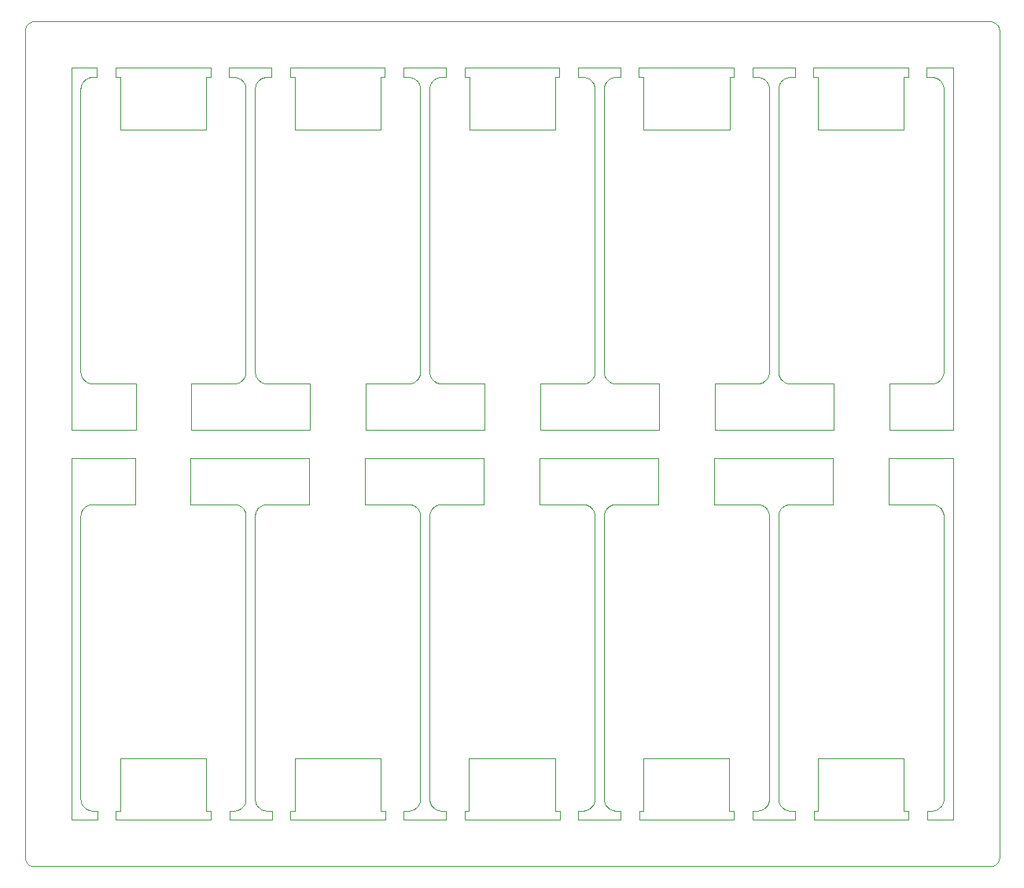
<source format=gm1>
G04 #@! TF.GenerationSoftware,KiCad,Pcbnew,(6.0.7)*
G04 #@! TF.CreationDate,2022-09-19T22:01:38+02:00*
G04 #@! TF.ProjectId,helios-panel,68656c69-6f73-42d7-9061-6e656c2e6b69,rev1.0*
G04 #@! TF.SameCoordinates,Original*
G04 #@! TF.FileFunction,Profile,NP*
%FSLAX46Y46*%
G04 Gerber Fmt 4.6, Leading zero omitted, Abs format (unit mm)*
G04 Created by KiCad (PCBNEW (6.0.7)) date 2022-09-19 22:01:38*
%MOMM*%
%LPD*%
G01*
G04 APERTURE LIST*
G04 #@! TA.AperFunction,Profile*
%ADD10C,0.100000*%
G04 #@! TD*
G04 APERTURE END LIST*
D10*
X25490699Y38890212D02*
X25433666Y38860421D01*
X25731671Y38979458D02*
X25669808Y38961757D01*
X63354350Y6025997D02*
X63417686Y6014646D01*
X64145000Y6001311D02*
X64145000Y5000000D01*
X22890191Y84981757D02*
X22828328Y84999458D01*
X43866377Y6442757D02*
X43909513Y6395013D01*
X81145996Y53034351D02*
X81160541Y52971672D01*
X6040542Y6951672D02*
X6058243Y6889809D01*
X60511077Y6079055D02*
X60570832Y6102924D01*
X80040945Y6828923D02*
X80061757Y6889809D01*
X47365000Y5000000D02*
X47365000Y6000246D01*
X60944988Y6349513D02*
X60990487Y6395012D01*
X22702313Y6014646D02*
X22702313Y6014646D01*
X63109168Y38917077D02*
X63050699Y38890212D01*
X63050699Y38890212D02*
X62993666Y38860421D01*
X6395011Y52369513D02*
X6442756Y52326377D01*
X47325000Y85040000D02*
X47325000Y86040000D01*
X43561629Y83834325D02*
X43560000Y53290000D01*
X79521784Y6192222D02*
X79575510Y6227631D01*
X57575000Y5000000D02*
X47365000Y5000000D01*
X62735011Y52369513D02*
X62782756Y52326377D01*
X62605714Y52512626D02*
X62646376Y52462757D01*
X79230191Y52078244D02*
X79291077Y52099055D01*
X79770486Y84644988D02*
X79724987Y84690487D01*
X43955011Y84690488D02*
X43909512Y84644989D01*
X81469512Y84644989D02*
X81426376Y84597244D01*
X79350831Y52122924D02*
X79409300Y52149789D01*
X62354645Y7077687D02*
X62365996Y7014351D01*
X60134324Y52021631D02*
X60198483Y52026516D01*
X104607106Y90747107D02*
X104534393Y90813011D01*
X79724988Y38670488D02*
X79677243Y38713624D01*
X36625000Y39018874D02*
X36625000Y44020000D01*
X43566515Y53161517D02*
X43574645Y53097687D01*
X11935000Y52021127D02*
X11935000Y47020000D01*
X22638483Y85033485D02*
X22574324Y85038370D01*
X29055000Y85040000D02*
X29055000Y85040000D01*
X6159579Y52673667D02*
X6192221Y52618216D01*
X62442923Y38250832D02*
X62419054Y38191078D01*
X23721757Y6889809D02*
X23739458Y6951672D01*
X44449808Y84981758D02*
X44388922Y84960946D01*
X79990212Y6710700D02*
X80017076Y6769168D01*
X61210212Y6710700D02*
X61237076Y6769168D01*
X62938215Y6192222D02*
X62993666Y6159580D01*
X25175012Y38670487D02*
X25129513Y38624988D01*
X63545675Y6001631D02*
X64145000Y6001311D01*
X38285000Y11660000D02*
X38285000Y6000000D01*
X23126333Y52179580D02*
X23181784Y52212222D01*
X23765354Y83962314D02*
X23754003Y84025650D01*
X43719579Y84386334D02*
X43689787Y84329301D01*
X22765649Y38994004D02*
X22702313Y39005355D01*
X104880785Y90235091D02*
X104880785Y90235091D01*
X30625000Y39019513D02*
X26050000Y39020000D01*
X85395000Y85040000D02*
X85395000Y85040000D01*
X23620420Y52673667D02*
X23650211Y52730700D01*
X60629300Y52149789D02*
X60686333Y52179580D01*
X98874003Y38005650D02*
X98859458Y38068329D01*
X62884489Y84812370D02*
X62832625Y84774286D01*
X55405000Y39018874D02*
X55405000Y44020000D01*
X79854285Y6492626D02*
X79892369Y6544490D01*
X61074285Y6492626D02*
X61112369Y6544490D01*
X44388922Y38940946D02*
X44329168Y38917077D01*
X7014350Y85014004D02*
X6951671Y84999459D01*
X81134645Y83962314D02*
X81126515Y83898484D01*
X59575000Y6000000D02*
X60070000Y6000000D01*
X79575510Y6227631D02*
X79627374Y6265715D01*
X98898370Y37814325D02*
X98893484Y37878484D01*
X6306376Y84597244D02*
X6265714Y84547375D01*
X63050699Y6129789D02*
X63109168Y6102924D01*
X26585000Y6001311D02*
X26585000Y5000000D01*
X103900000Y0D02*
X103998017Y4816D01*
X81948922Y52099055D02*
X82009808Y52078243D01*
X23514285Y6492626D02*
X23552369Y6544490D01*
X60629300Y6129788D02*
X60686333Y6159580D01*
X61112369Y52564490D02*
X61147778Y52618216D01*
X64145000Y5000000D02*
X59575000Y5000000D01*
X24781630Y7205676D02*
X24786515Y7141517D01*
X81160542Y38068329D02*
X81145996Y38005650D01*
X81385714Y38527375D02*
X81347630Y38475511D01*
X81347630Y52564490D02*
X81385714Y52512626D01*
X98898369Y53225676D02*
X98900000Y83770000D01*
X41906333Y84880421D02*
X41849300Y84910212D01*
X25378215Y52212222D02*
X25433666Y52179580D01*
X25549168Y6102924D02*
X25608922Y6079055D01*
X42117243Y84733623D02*
X42067374Y84774286D01*
X80061756Y84150192D02*
X80040945Y84211078D01*
X57535000Y86040000D02*
X57535000Y85039755D01*
X81134645Y53097687D02*
X81145996Y53034351D01*
X49405000Y44020000D02*
X49405000Y39019513D01*
X43618243Y38130192D02*
X43600542Y38068329D01*
X62419054Y84211078D02*
X62398242Y84150192D01*
X81160541Y84088329D02*
X81145996Y84025650D01*
X25045714Y84547375D02*
X25007630Y84495511D01*
X60450191Y52078244D02*
X60511077Y52099055D01*
X41354324Y85038370D02*
X40755000Y85038690D01*
X24805996Y38005650D02*
X24794645Y37942314D01*
X98071077Y38940946D02*
X98010191Y38961758D01*
X62884489Y38792370D02*
X62832625Y38754286D01*
X62442923Y84270833D02*
X62419054Y84211078D01*
X97630000Y6000000D02*
X97694324Y6001630D01*
X61237076Y84270832D02*
X61210211Y84329301D01*
X62469787Y84329301D02*
X62442923Y84270833D01*
X42164987Y52369514D02*
X42210486Y52415013D01*
X6192221Y52618216D02*
X6227630Y52564490D01*
X97948328Y6040542D02*
X98010191Y6058243D01*
X42558369Y83834325D02*
X42553484Y83898484D01*
X98841757Y38130192D02*
X98820945Y38191078D01*
X81426376Y84597244D02*
X81385714Y84547375D01*
X44388922Y52099055D02*
X44449808Y52078243D01*
X64105000Y85040000D02*
X63610000Y85040000D01*
X17935000Y47020000D02*
X17935000Y52020488D01*
X23384988Y38670488D02*
X23337243Y38713624D01*
X6159579Y38366334D02*
X6129788Y38309301D01*
X97758483Y6006516D02*
X97822313Y6014646D01*
X79677243Y38713624D02*
X79627374Y38754286D01*
X6349512Y52415012D02*
X6395011Y52369513D01*
X104880785Y90235091D02*
X104856940Y90330285D01*
X22765649Y52045997D02*
X22828328Y52060543D01*
X9805000Y6000246D02*
X10265000Y6000000D01*
X95095000Y85039755D02*
X94635000Y85040000D01*
X41790831Y84937077D02*
X41731077Y84960946D01*
X43585996Y84025650D02*
X43574645Y83962314D01*
X24280000Y47020000D02*
X17935000Y47020000D01*
X24882923Y6769169D02*
X24909788Y6710700D01*
X81145996Y38005650D02*
X81134645Y37942314D01*
X44511671Y52060542D02*
X44574350Y52045997D01*
X23739457Y84088329D02*
X23721756Y84150192D01*
X41849300Y84910212D02*
X41790831Y84937077D01*
X42210486Y84644988D02*
X42164987Y84690487D01*
X43639054Y52848923D02*
X43662923Y52789168D01*
X23677076Y52789169D02*
X23700945Y52848923D01*
X23473623Y6442757D02*
X23514285Y6492626D01*
X63229808Y6058244D02*
X63291671Y6040543D01*
X45325000Y85040000D02*
X44830000Y85040000D01*
X98740420Y84386334D02*
X98707778Y84441785D01*
X6710699Y52149788D02*
X6769167Y52122924D01*
X22828328Y52060543D02*
X22890191Y52078244D01*
X11935000Y47020000D02*
X6000000Y47020000D01*
X60570832Y6102924D02*
X60629300Y6129788D01*
X61333484Y83898484D02*
X61325354Y83962314D01*
X25490699Y84910213D02*
X25433666Y84880421D01*
X42480945Y38191078D02*
X42457076Y38250833D01*
X95135000Y5000000D02*
X84925000Y5000000D01*
X80113484Y83898484D02*
X80105354Y83962314D01*
X62782756Y52326377D02*
X62832625Y52285715D01*
X43585996Y53034351D02*
X43600541Y52971672D01*
X23552369Y38475511D02*
X23514285Y38527375D01*
X42015510Y38792370D02*
X41961784Y38827779D01*
X98504988Y6349513D02*
X98550487Y6395012D01*
X81199054Y38191078D02*
X81178243Y38130192D01*
X98672369Y84495511D02*
X98634285Y84547375D01*
X22828328Y6040542D02*
X22890191Y6058243D01*
X62532221Y38421785D02*
X62499579Y38366334D01*
X43561630Y7205676D02*
X43566515Y7141517D01*
X82925000Y5000000D02*
X78355000Y5000000D01*
X23430486Y84644988D02*
X23384987Y84690487D01*
X6014645Y7077687D02*
X6025996Y7014351D01*
X43574645Y53097687D02*
X43585996Y53034351D01*
X7014350Y6025997D02*
X7077686Y6014646D01*
X81249788Y6710700D02*
X81279579Y6653667D01*
X44052625Y52285715D02*
X44104489Y52247631D01*
X61314003Y53034351D02*
X61325354Y53097687D01*
X528603Y90921922D02*
X444429Y90871470D01*
X25175011Y84690488D02*
X25129512Y84644989D01*
X79927778Y52618216D02*
X79960420Y52673667D01*
X6598215Y6192222D02*
X6653666Y6159580D01*
X25794350Y38994004D02*
X25731671Y38979458D01*
X42519458Y6951672D02*
X42534003Y7014351D01*
X43618243Y6889809D02*
X43639054Y6828923D01*
X43955011Y52369513D02*
X44002756Y52326377D01*
X104673010Y90674394D02*
X104607106Y90747107D01*
X63291671Y84999459D02*
X63229808Y84981758D01*
X42015510Y52247631D02*
X42067374Y52285715D01*
X23010832Y38917077D02*
X22951077Y38940946D01*
X24805996Y84025650D02*
X24794645Y83962314D01*
X24939579Y84386334D02*
X24909787Y84329301D01*
X6442756Y52326377D02*
X6492625Y52285715D01*
X24972221Y38421785D02*
X24939579Y38366334D01*
X6001629Y53225676D02*
X6006515Y53161517D01*
X17935000Y52020488D02*
X22510000Y52020000D01*
X60629300Y84910212D02*
X60570831Y84937077D01*
X85395000Y85040000D02*
X84885000Y85040000D01*
X62354645Y53097687D02*
X62365996Y53034351D01*
X42400420Y38366334D02*
X42367778Y38421785D01*
X6492625Y6265715D02*
X6544489Y6227631D01*
X60070000Y52020000D02*
X60134324Y52021631D01*
X26545000Y85040000D02*
X26050000Y85040000D01*
X81222923Y6769169D02*
X81249788Y6710700D01*
X104856940Y90330285D02*
X104823879Y90422684D01*
X60388328Y6040542D02*
X60450191Y6058243D01*
X41849300Y6129788D02*
X41906333Y6159580D01*
X98672369Y6544490D02*
X98707778Y6598216D01*
X98707778Y38421785D02*
X98672369Y38475511D01*
X43662923Y6769169D02*
X43689788Y6710700D01*
X19505000Y6000000D02*
X20015000Y6000000D01*
X23773484Y37878484D02*
X23765354Y37942314D01*
X25378215Y84847779D02*
X25324489Y84812370D01*
X61338370Y7205676D02*
X61340000Y37750000D01*
X81718215Y6192222D02*
X81773666Y6159580D01*
X43566515Y83898484D02*
X43561629Y83834325D01*
X62567630Y84495511D02*
X62532221Y84441785D01*
X80105354Y53097687D02*
X80113484Y53161517D01*
X60262313Y6014646D02*
X60262313Y6014646D01*
X22574324Y52021631D02*
X22638483Y52026516D01*
X23765354Y53097687D02*
X23773484Y53161517D01*
X41670191Y6058243D02*
X41731077Y6079055D01*
X60795510Y6227631D02*
X60847374Y6265715D01*
X43719579Y6653667D02*
X43752221Y6598216D01*
X24780000Y7270000D02*
X24781630Y7205676D01*
X22510000Y52020000D02*
X22574324Y52021631D01*
X6006515Y7141517D02*
X6014645Y7077687D01*
X55495000Y52020488D02*
X60070000Y52020000D01*
X79409300Y52149789D02*
X79466333Y52179580D01*
X76355000Y6000000D02*
X76355000Y5000000D01*
X44329168Y6102924D02*
X44388922Y6079055D01*
X79575510Y52247631D02*
X79627374Y52285715D01*
X44158215Y6192222D02*
X44213666Y6159580D01*
X5000000Y44020000D02*
X6000000Y44020000D01*
X0Y90040000D02*
X0Y1000000D01*
X97822313Y6014646D02*
X97822313Y6014646D01*
X60990486Y84644988D02*
X60944987Y84690487D01*
X41418483Y52026516D02*
X41482313Y52034646D01*
X6265714Y6492626D02*
X6306377Y6442757D01*
X292893Y292894D02*
X365606Y226990D01*
X42332369Y84495511D02*
X42294285Y84547375D01*
X60741784Y38827779D02*
X60686333Y38860421D01*
X6129788Y38309301D02*
X6102923Y38250832D01*
X61074285Y38527375D02*
X61033623Y38577244D01*
X61281756Y52909809D02*
X61299457Y52971672D01*
X44213666Y52179580D02*
X44270699Y52149788D01*
X28545000Y86040000D02*
X38755000Y86040000D01*
X44329167Y52122924D02*
X44388922Y52099055D01*
X60570832Y38917077D02*
X60511077Y38940946D01*
X98355510Y6227631D02*
X98407374Y6265715D01*
X82261516Y39013485D02*
X82197686Y39005355D01*
X81889168Y6102924D02*
X81948922Y6079055D01*
X61147778Y6598216D02*
X61180420Y6653667D01*
X98672369Y38475511D02*
X98634285Y38527375D01*
X75845000Y6000000D02*
X75845000Y6000000D01*
X44270699Y6129789D02*
X44329168Y6102924D01*
X23739458Y6951672D02*
X23754003Y7014351D01*
X62646376Y84597244D02*
X62605714Y84547375D01*
X25549167Y84937077D02*
X25490699Y84910213D01*
X44104489Y6227631D02*
X44158215Y6192222D01*
X61112369Y6544490D02*
X61147778Y6598216D01*
X82261516Y85033485D02*
X82197686Y85025355D01*
X97758483Y52026516D02*
X97822313Y52034646D01*
X25794350Y6025997D02*
X25857686Y6014646D01*
X43600542Y6951672D02*
X43618243Y6889809D01*
X104781921Y90511397D02*
X104731469Y90595571D01*
X79627374Y6265715D02*
X79677243Y6306377D01*
X7141516Y85033485D02*
X7077686Y85025355D01*
X22638483Y6006516D02*
X22702313Y6014646D01*
X25490699Y52149788D02*
X25549167Y52122924D01*
X61074285Y84547375D02*
X61033622Y84597244D01*
X22638483Y52026516D02*
X22702313Y52034646D01*
X81515011Y84690488D02*
X81469512Y84644989D01*
X41906333Y6159580D02*
X41961784Y6192222D01*
X84885000Y85040000D02*
X84885000Y86040000D01*
X43561629Y53225676D02*
X43566515Y53161517D01*
X62419054Y6828923D02*
X62442923Y6769169D01*
X6129788Y6710700D02*
X6159579Y6653667D01*
X98010191Y6058243D02*
X98071077Y6079055D01*
X36625000Y44020000D02*
X43060000Y44020000D01*
X78315000Y86040000D02*
X82885000Y86040000D01*
X81426377Y6442757D02*
X81469513Y6395013D01*
X43618242Y84150192D02*
X43600541Y84088329D01*
X24972221Y84441785D02*
X24939579Y84386334D01*
X43060000Y44020000D02*
X49405000Y44020000D01*
X43689787Y84329301D02*
X43662923Y84270833D01*
X42519457Y52971672D02*
X42534003Y53034351D01*
X7270000Y85040000D02*
X7205675Y85038371D01*
X104731469Y90595571D02*
X104673010Y90674394D01*
X42294285Y52512626D02*
X42332369Y52564490D01*
X80105354Y7077687D02*
X80113484Y7141517D01*
X62354645Y37942314D02*
X62346515Y37878484D01*
X62532221Y52618216D02*
X62567630Y52564490D01*
X81134645Y37942314D02*
X81126515Y37878484D01*
X42367778Y52618216D02*
X42400420Y52673667D01*
X62567630Y52564490D02*
X62605714Y52512626D01*
X80040945Y84211078D02*
X80017076Y84270832D01*
X25129513Y38624988D02*
X25086377Y38577244D01*
X24805996Y53034351D02*
X24820541Y52971672D01*
X79168328Y84999458D02*
X79105649Y85014004D01*
X98900000Y47020000D02*
X93055000Y47020000D01*
X47835000Y85040000D02*
X47325000Y85040000D01*
X60629300Y38890213D02*
X60570832Y38917077D01*
X23514285Y38527375D02*
X23473623Y38577244D01*
X98797076Y84270832D02*
X98770211Y84329301D01*
X66145000Y6000246D02*
X66605000Y6000000D01*
X61180420Y6653667D02*
X61210212Y6710700D01*
X97948328Y52060543D02*
X98010191Y52078244D01*
X43662923Y84270833D02*
X43639054Y84211078D01*
X104781921Y528604D02*
X104823879Y617317D01*
X23069300Y38890213D02*
X23010832Y38917077D01*
X61340000Y83770000D02*
X61338369Y83834325D01*
X82325675Y39018370D02*
X82261516Y39013485D01*
X44104489Y84812370D02*
X44052625Y84774286D01*
X81426376Y52462757D02*
X81469512Y52415012D01*
X23778369Y53225676D02*
X23780000Y83770000D01*
X98634285Y6492626D02*
X98672369Y6544490D01*
X97694324Y52021631D02*
X97758483Y52026516D01*
X25222756Y38713623D02*
X25175012Y38670487D01*
X62782756Y84733624D02*
X62735011Y84690488D01*
X168530Y90595571D02*
X118078Y90511397D01*
X44002756Y38713623D02*
X43955012Y38670487D01*
X43600541Y84088329D02*
X43585996Y84025650D01*
X61033622Y52462757D02*
X61074285Y52512626D01*
X23514285Y52512626D02*
X23552369Y52564490D01*
X43585996Y38005650D02*
X43574645Y37942314D01*
X81773666Y38860421D02*
X81718215Y38827779D01*
X79105649Y6025997D02*
X79168328Y6040542D01*
X25857686Y6014646D02*
X25921516Y6006516D01*
X62532221Y84441785D02*
X62499579Y84386334D01*
X44449808Y6058244D02*
X44511671Y6040543D01*
X42553484Y83898484D02*
X42545354Y83962314D01*
X60795510Y84812370D02*
X60741784Y84847779D01*
X60198483Y39013485D02*
X60134324Y39018371D01*
X42400420Y6653667D02*
X42430212Y6710700D01*
X42457076Y52789169D02*
X42480945Y52848923D01*
X79291077Y84960946D02*
X79230191Y84981757D01*
X44637686Y39005355D02*
X44574350Y38994004D01*
X42332369Y52564490D02*
X42367778Y52618216D01*
X60450191Y38961758D02*
X60388328Y38979459D01*
X6306377Y38577244D02*
X6265714Y38527375D01*
X29055000Y85040000D02*
X28545000Y85040000D01*
X80113484Y37878484D02*
X80105354Y37942314D01*
X25669808Y38961757D02*
X25608922Y38940946D01*
X44002756Y52326377D02*
X44052625Y52285715D01*
X23235510Y38792370D02*
X23181784Y38827779D01*
X94635000Y85040000D02*
X94635000Y79380000D01*
X81515011Y52369513D02*
X81562756Y52326377D01*
X79813622Y52462757D02*
X79854285Y52512626D01*
X42534003Y7014351D02*
X42545354Y7077687D01*
X43639054Y84211078D02*
X43618242Y84150192D01*
X23181784Y84847779D02*
X23126333Y84880421D01*
X44765675Y6001631D02*
X45365000Y6001311D01*
X23235510Y52247631D02*
X23287374Y52285715D01*
X94635000Y79380000D02*
X85395000Y79380000D01*
X47825000Y6000000D02*
X47825000Y11660000D01*
X62832625Y52285715D02*
X62884489Y52247631D01*
X61325354Y53097687D02*
X61333484Y53161517D01*
X98550487Y6395012D02*
X98593623Y6442757D01*
X6129787Y84329301D02*
X6102923Y84270833D01*
X80079458Y38068329D02*
X80061757Y38130192D01*
X25007630Y52564490D02*
X25045714Y52512626D01*
X6492625Y38754286D02*
X6442756Y38713623D01*
X43639054Y6828923D02*
X43662923Y6769169D01*
X82325675Y85038371D02*
X82261516Y85033485D01*
X25175012Y6349514D02*
X25222756Y6306378D01*
X41608328Y52060543D02*
X41670191Y52078244D01*
X93055000Y52020488D02*
X97630000Y52020000D01*
X62567630Y6544490D02*
X62605714Y6492626D01*
X23337243Y6306377D02*
X23384988Y6349513D01*
X6828922Y38940946D02*
X6769168Y38917077D01*
X79575510Y84812370D02*
X79521784Y84847779D01*
X81279579Y52673667D02*
X81312221Y52618216D01*
X24786515Y37878484D02*
X24781630Y37814325D01*
X60511077Y52099055D02*
X60570831Y52122924D01*
X60686333Y6159580D02*
X60741784Y6192222D01*
X11845000Y44020000D02*
X11845000Y39019513D01*
X24859054Y38191078D02*
X24838243Y38130192D01*
X38795000Y6000000D02*
X38795000Y5000000D01*
X23700945Y6828923D02*
X23721757Y6889809D01*
X38295000Y85040000D02*
X38295000Y79380000D01*
X60134324Y6001630D02*
X60198483Y6006516D01*
X7141516Y52026516D02*
X7205675Y52021630D01*
X43752221Y84441785D02*
X43719579Y84386334D01*
X98820945Y84211078D02*
X98797076Y84270832D01*
X60847374Y6265715D02*
X60897243Y6306377D01*
X82071671Y38979458D02*
X82009808Y38961757D01*
X62341630Y37814325D02*
X62340000Y7270000D01*
X42164988Y6349513D02*
X42210487Y6395012D01*
X104900000Y90040000D02*
X104895184Y90138018D01*
X80120000Y83770000D02*
X80118369Y83834325D01*
X24781629Y53225676D02*
X24786515Y53161517D01*
X60847374Y84774286D02*
X60795510Y84812370D01*
X23754003Y53034351D02*
X23765354Y53097687D01*
X6102923Y52789168D02*
X6129787Y52730700D01*
X104371396Y118079D02*
X104455570Y168531D01*
X25921516Y6006516D02*
X25985675Y6001631D01*
X6395012Y38670487D02*
X6349513Y38624988D01*
X23337243Y84733623D02*
X23287374Y84774286D01*
X23700945Y84211078D02*
X23677076Y84270832D01*
X44701516Y85033485D02*
X44637686Y85025355D01*
X98820945Y52848923D02*
X98841756Y52909809D01*
X25669808Y6058244D02*
X25731671Y6040543D01*
X104534393Y226990D02*
X104607106Y292894D01*
X79042313Y6014646D02*
X79042313Y6014646D01*
X61299457Y52971672D02*
X61314003Y53034351D01*
X44213666Y84880421D02*
X44158215Y84847779D01*
X6306377Y6442757D02*
X6349513Y6395013D01*
X60686333Y52179580D02*
X60741784Y52212222D01*
X98893484Y83898484D02*
X98885354Y83962314D01*
X98130831Y52122924D02*
X98189300Y52149789D01*
X81773666Y6159580D02*
X81830699Y6129789D01*
X98770212Y38309301D02*
X98740420Y38366334D01*
X61314003Y84025650D02*
X61299457Y84088329D01*
X81121630Y37814325D02*
X81120000Y7270000D01*
X47365000Y6000246D02*
X47825000Y6000000D01*
X28585000Y5000000D02*
X28585000Y6000246D01*
X60388328Y38979459D02*
X60325649Y38994004D01*
X44574350Y6025997D02*
X44637686Y6014646D01*
X61112369Y38475511D02*
X61074285Y38527375D01*
X42545354Y53097687D02*
X42553484Y53161517D01*
X98071077Y84960946D02*
X98010191Y84981757D01*
X57065000Y6000000D02*
X57575000Y6000000D01*
X98504987Y52369514D02*
X98550486Y52415013D01*
X81120000Y7270000D02*
X81121630Y7205676D01*
X44637686Y52034646D02*
X44701516Y52026516D01*
X6598215Y38827779D02*
X6544489Y38792370D01*
X41961784Y6192222D02*
X42015510Y6227631D01*
X60388328Y84999458D02*
X60325649Y85014004D01*
X23778370Y37814325D02*
X23773484Y37878484D01*
X81279579Y84386334D02*
X81249787Y84329301D01*
X63229808Y84981758D02*
X63168922Y84960946D01*
X42015510Y6227631D02*
X42067374Y6265715D01*
X4815Y90138018D02*
X0Y90040000D01*
X81312221Y38421785D02*
X81279579Y38366334D01*
X84925000Y5000000D02*
X84925000Y6000246D01*
X22765649Y6025997D02*
X22828328Y6040542D01*
X60570831Y84937077D02*
X60511077Y84960946D01*
X22574324Y6001630D02*
X22638483Y6006516D01*
X66605000Y6000000D02*
X66605000Y11660000D01*
X6349513Y38624988D02*
X6306377Y38577244D01*
X98550486Y84644988D02*
X98504987Y84690487D01*
X80061757Y6889809D02*
X80079458Y6951672D01*
X6025996Y84025650D02*
X6014645Y83962314D01*
X63109167Y52122924D02*
X63168922Y52099055D01*
X24786515Y53161517D02*
X24794645Y53097687D01*
X63545675Y39018370D02*
X63481516Y39013485D01*
X75855000Y85040000D02*
X75855000Y79380000D01*
X42545354Y7077687D02*
X42553484Y7141517D01*
X79770487Y6395012D02*
X79813623Y6442757D01*
X97822313Y6014646D02*
X97885649Y6025997D01*
X62469788Y6710700D02*
X62499579Y6653667D01*
X25549167Y52122924D02*
X25608922Y52099055D01*
X24838243Y6889809D02*
X24859054Y6828923D01*
X42545354Y37942314D02*
X42534003Y38005650D01*
X42117243Y38713624D02*
X42067374Y38754286D01*
X23780000Y83770000D02*
X23778369Y83834325D01*
X36715000Y52020488D02*
X41290000Y52020000D01*
X81830699Y84910213D02*
X81773666Y84880421D01*
X6828922Y6079055D02*
X6889808Y6058244D01*
X79960420Y84386334D02*
X79927778Y84441785D01*
X104856940Y709716D02*
X104880785Y804910D01*
X62499579Y84386334D02*
X62469787Y84329301D01*
X98893484Y53161517D02*
X98898369Y53225676D01*
X81120000Y53290000D02*
X81121629Y53225676D01*
X82325675Y6001631D02*
X82925000Y6001311D01*
X25045714Y6492626D02*
X25086377Y6442757D01*
X76315000Y86040000D02*
X76315000Y85039755D01*
X22890191Y6058243D02*
X22951077Y6079055D01*
X41418483Y39013485D02*
X41354324Y39018371D01*
X61299457Y84088329D02*
X61281756Y84150192D01*
X79854285Y84547375D02*
X79813622Y84597244D01*
X81948922Y38940946D02*
X81889168Y38917077D01*
X60570831Y52122924D02*
X60629300Y52149789D01*
X22574324Y85038370D02*
X21975000Y85038690D01*
X79105649Y38994004D02*
X79042313Y39005355D01*
X22702313Y39005355D02*
X22638483Y39013485D01*
X60134324Y39018371D02*
X55405000Y39018874D01*
X42534003Y38005650D02*
X42519458Y38068329D01*
X62365996Y53034351D02*
X62380541Y52971672D01*
X43909513Y38624988D02*
X43866377Y38577244D01*
X44158215Y38827779D02*
X44104489Y38792370D01*
X44270699Y38890212D02*
X44213666Y38860421D01*
X60325649Y38994004D02*
X60262313Y39005355D01*
X78914324Y39018371D02*
X74185000Y39018874D01*
X44052625Y38754286D02*
X44002756Y38713623D01*
X25086376Y52462757D02*
X25129512Y52415012D01*
X25985675Y52021630D02*
X30715000Y52021127D01*
X43059Y709716D02*
X76120Y617317D01*
X23765354Y37942314D02*
X23754003Y38005650D01*
X79960420Y6653667D02*
X79990212Y6710700D01*
X85385000Y6000000D02*
X85385000Y11660000D01*
X81199054Y84211078D02*
X81178242Y84150192D01*
X81347630Y38475511D02*
X81312221Y38421785D01*
X6040542Y38068329D02*
X6025996Y38005650D01*
X97630000Y52020000D02*
X97694324Y52021631D01*
X84925000Y6000246D02*
X85385000Y6000000D01*
X6395012Y6349514D02*
X6442756Y6306378D01*
X43955012Y38670487D02*
X43909513Y38624988D01*
X98770211Y84329301D02*
X98740420Y84386334D01*
X22638483Y39013485D02*
X22574324Y39018371D01*
X45325000Y86040000D02*
X45325000Y85040000D01*
X98797076Y52789169D02*
X98820945Y52848923D01*
X23700945Y52848923D02*
X23721756Y52909809D01*
X81948922Y84960946D02*
X81889167Y84937077D01*
X23010831Y52122924D02*
X23069300Y52149789D01*
X80040945Y38191078D02*
X80017076Y38250833D01*
X60944988Y38670488D02*
X60897243Y38713624D01*
X82261516Y6006516D02*
X82325675Y6001631D01*
X74275000Y47020000D02*
X74275000Y52020488D01*
X98893484Y7141517D02*
X98898370Y7205676D01*
X80620000Y47020000D02*
X74275000Y47020000D01*
X23181784Y52212222D02*
X23235510Y52247631D01*
X22828328Y38979459D02*
X22765649Y38994004D01*
X104455570Y168531D02*
X104534393Y226990D01*
X6079054Y38191078D02*
X6058243Y38130192D01*
X81249788Y38309301D02*
X81222923Y38250832D01*
X29045000Y6000000D02*
X29045000Y11660000D01*
X23552369Y52564490D02*
X23587778Y52618216D01*
X43662923Y52789168D02*
X43689787Y52730700D01*
X25433666Y38860421D02*
X25378215Y38827779D01*
X61112369Y84495511D02*
X61074285Y84547375D01*
X98900000Y44020000D02*
X99900000Y44020000D01*
X59535000Y86040000D02*
X64105000Y86040000D01*
X60325649Y85014004D02*
X60262313Y85025355D01*
X61180420Y84386334D02*
X61147778Y84441785D01*
X7077686Y85025355D02*
X7014350Y85014004D01*
X63168922Y6079055D02*
X63229808Y6058244D01*
X79990211Y84329301D02*
X79960420Y84386334D01*
X57535000Y85039755D02*
X57075000Y85040000D01*
X62340000Y7270000D02*
X62341630Y7205676D01*
X43866376Y52462757D02*
X43909512Y52415012D01*
X21975000Y85038690D02*
X21975000Y86040000D01*
X79892369Y84495511D02*
X79854285Y84547375D01*
X38755000Y86040000D02*
X38755000Y85039755D01*
X6102923Y38250832D02*
X6079054Y38191078D01*
X6492625Y52285715D02*
X6544489Y52247631D01*
X98634285Y38527375D02*
X98593623Y38577244D01*
X81145996Y7014351D02*
X81160542Y6951672D01*
X41418483Y85033485D02*
X41354324Y85038370D01*
X24859054Y6828923D02*
X24882923Y6769169D01*
X104823879Y617317D02*
X104856940Y709716D01*
X79724988Y6349513D02*
X79770487Y6395012D01*
X80061756Y52909809D02*
X80079457Y52971672D01*
X97885649Y85014004D02*
X97822313Y85025355D01*
X78355000Y6000000D02*
X78850000Y6000000D01*
X43618242Y52909809D02*
X43639054Y52848923D01*
X57075000Y79380000D02*
X47835000Y79380000D01*
X98841757Y6889809D02*
X98859458Y6951672D01*
X23650211Y84329301D02*
X23620420Y84386334D01*
X82009808Y6058244D02*
X82071671Y6040543D01*
X7765000Y86040000D02*
X7765000Y85040000D01*
X81426377Y38577244D02*
X81385714Y38527375D01*
X82925000Y6001311D02*
X82925000Y5000000D01*
X59575000Y5000000D02*
X59575000Y6000000D01*
X99900000Y86040000D02*
X99900000Y47020000D01*
X6828922Y84960946D02*
X6769167Y84937077D01*
X66615000Y85040000D02*
X66615000Y85040000D01*
X62993666Y38860421D02*
X62938215Y38827779D01*
X63481516Y39013485D02*
X63417686Y39005355D01*
X80118370Y7205676D02*
X80120000Y37750000D01*
X98740420Y6653667D02*
X98770212Y6710700D01*
X57065000Y11660000D02*
X57065000Y6000000D01*
X43955012Y6349514D02*
X44002756Y6306378D01*
X60990487Y38624989D02*
X60944988Y38670488D01*
X62398243Y6889809D02*
X62419054Y6828923D01*
X81347630Y6544490D02*
X81385714Y6492626D01*
X98841756Y84150192D02*
X98820945Y84211078D01*
X23514285Y84547375D02*
X23473622Y84597244D01*
X82009808Y52078243D02*
X82071671Y52060542D01*
X6306376Y52462757D02*
X6349512Y52415012D01*
X43574645Y83962314D02*
X43566515Y83898484D01*
X62884489Y52247631D02*
X62938215Y52212222D01*
X6001630Y37814325D02*
X6000000Y7270000D01*
X41731077Y84960946D02*
X41670191Y84981757D01*
X62380541Y84088329D02*
X62365996Y84025650D01*
X81773666Y52179580D02*
X81830699Y52149788D01*
X44213666Y6159580D02*
X44270699Y6129789D01*
X98504987Y84690487D02*
X98457243Y84733623D01*
X41790831Y52122924D02*
X41849300Y52149789D01*
X79042313Y52034646D02*
X79105649Y52045997D01*
X804909Y19215D02*
X901982Y4816D01*
X78978483Y52026516D02*
X79042313Y52034646D01*
X79770486Y52415013D02*
X79813622Y52462757D01*
X38295000Y79380000D02*
X29055000Y79380000D01*
X85395000Y79380000D02*
X85395000Y85040000D01*
X98885354Y37942314D02*
X98874003Y38005650D01*
X23235510Y6227631D02*
X23287374Y6265715D01*
X43787630Y6544490D02*
X43825714Y6492626D01*
X7205675Y6001631D02*
X7805000Y6001311D01*
X25222756Y6306378D02*
X25272625Y6265715D01*
X42480945Y52848923D02*
X42501756Y52909809D01*
X6828922Y52099055D02*
X6889808Y52078243D01*
X43787630Y84495511D02*
X43752221Y84441785D01*
X81385714Y52512626D02*
X81426376Y52462757D01*
X98010191Y84981757D02*
X97948328Y84999458D01*
X79813623Y38577244D02*
X79770487Y38624989D01*
X80017076Y84270832D02*
X79990211Y84329301D01*
X25794350Y85014004D02*
X25731671Y84999459D01*
X41608328Y84999458D02*
X41545649Y85014004D01*
X118078Y90511397D02*
X76120Y90422684D01*
X61299458Y38068329D02*
X61281757Y38130192D01*
X44270699Y84910213D02*
X44213666Y84880421D01*
X79521784Y52212222D02*
X79575510Y52247631D01*
X41545649Y6025997D02*
X41608328Y6040542D01*
X78978483Y6006516D02*
X79042313Y6014646D01*
X62365996Y38005650D02*
X62354645Y37942314D01*
X25985675Y6001631D02*
X26585000Y6001311D01*
X20015000Y6000000D02*
X20015000Y5000000D01*
X79466333Y38860421D02*
X79409300Y38890213D01*
X61840000Y44020000D02*
X68185000Y44020000D01*
X44052625Y84774286D02*
X44002756Y84733624D01*
X42457076Y38250833D02*
X42430212Y38309301D01*
X42480945Y84211078D02*
X42457076Y84270832D01*
X6001629Y83834325D02*
X6000000Y53290000D01*
X23430487Y6395012D02*
X23473623Y6442757D01*
X104823879Y90422684D02*
X104781921Y90511397D01*
X38755000Y85039755D02*
X38295000Y85040000D01*
X80094003Y7014351D02*
X80105354Y7077687D01*
X25921516Y52026516D02*
X25985675Y52021630D01*
X98841756Y52909809D02*
X98859457Y52971672D01*
X81145996Y84025650D02*
X81134645Y83962314D01*
X63291671Y52060542D02*
X63354350Y52045997D01*
X98707778Y52618216D02*
X98740420Y52673667D01*
X6492625Y84774286D02*
X6442756Y84733624D01*
X7014350Y38994004D02*
X6951671Y38979458D01*
X61840000Y47020000D02*
X55495000Y47020000D01*
X23587778Y84441785D02*
X23552369Y84495511D01*
X292893Y90747107D02*
X226989Y90674394D01*
X44574350Y85014004D02*
X44511671Y84999459D01*
X25324489Y38792370D02*
X25272625Y38754286D01*
X9765000Y86040000D02*
X19975000Y86040000D01*
X61338370Y37814325D02*
X61333484Y37878484D01*
X25129513Y6395013D02*
X25175012Y6349514D01*
X79575510Y38792370D02*
X79521784Y38827779D01*
X98130832Y38917077D02*
X98071077Y38940946D01*
X98301784Y84847779D02*
X98246333Y84880421D01*
X63481516Y52026516D02*
X63545675Y52021630D01*
X81773666Y84880421D02*
X81718215Y84847779D01*
X79677243Y52326378D02*
X79724987Y52369514D01*
X81612625Y52285715D02*
X81664489Y52247631D01*
X901982Y91035185D02*
X804909Y91020786D01*
X103998017Y4816D02*
X104095090Y19215D01*
X79409300Y6129788D02*
X79466333Y6159580D01*
X25731671Y52060542D02*
X25794350Y52045997D01*
X10275000Y79380000D02*
X10275000Y85040000D01*
X104607106Y292894D02*
X104673010Y365607D01*
X82197686Y6014646D02*
X82261516Y6006516D01*
X79892369Y6544490D02*
X79927778Y6598216D01*
X59535000Y85038690D02*
X59535000Y86040000D01*
X24972221Y52618216D02*
X25007630Y52564490D01*
X25921516Y39013485D02*
X25857686Y39005355D01*
X98550487Y38624989D02*
X98504988Y38670488D01*
X104534393Y90813011D02*
X104455570Y90871470D01*
X61281757Y38130192D02*
X61260945Y38191078D01*
X6265714Y38527375D02*
X6227630Y38475511D01*
X98010191Y38961758D02*
X97948328Y38979459D01*
X79960420Y52673667D02*
X79990211Y52730700D01*
X43825714Y52512626D02*
X43866376Y52462757D01*
X98898370Y7205676D02*
X98900000Y37750000D01*
X25272625Y6265715D02*
X25324489Y6227631D01*
X79168328Y6040542D02*
X79230191Y6058243D01*
X60795510Y52247631D02*
X60847374Y52285715D01*
X42534003Y84025650D02*
X42519457Y84088329D01*
X444429Y168531D02*
X528603Y118079D01*
X78315000Y85038690D02*
X78315000Y86040000D01*
X25857686Y85025355D02*
X25857686Y85025355D01*
X23552369Y6544490D02*
X23587778Y6598216D01*
X23650212Y38309301D02*
X23620420Y38366334D01*
X61260945Y84211078D02*
X61237076Y84270832D01*
X78914324Y6001630D02*
X78978483Y6006516D01*
X26545000Y86040000D02*
X26545000Y85040000D01*
X23773484Y53161517D02*
X23778369Y53225676D01*
X25175011Y52369513D02*
X25222756Y52326377D01*
X62341630Y7205676D02*
X62346515Y7141517D01*
X98859458Y6951672D02*
X98874003Y7014351D01*
X7014350Y52045997D02*
X7077686Y52034646D01*
X97095000Y85038690D02*
X97095000Y86040000D01*
X709715Y90996941D02*
X617316Y90963880D01*
X41545649Y85014004D02*
X41482313Y85025355D01*
X104095090Y19215D02*
X104190284Y43060D01*
X80118369Y53225676D02*
X80120000Y83770000D01*
X81249787Y52730700D02*
X81279579Y52673667D01*
X55495000Y47020000D02*
X55495000Y52020488D01*
X41849300Y52149789D02*
X41906333Y52179580D01*
X25045714Y38527375D02*
X25007630Y38475511D01*
X17845000Y39018874D02*
X17845000Y44020000D01*
X6040541Y84088329D02*
X6025996Y84025650D01*
X81312221Y52618216D02*
X81347630Y52564490D01*
X42501756Y84150192D02*
X42480945Y84211078D01*
X23126333Y84880421D02*
X23069300Y84910212D01*
X79350832Y6102924D02*
X79409300Y6129788D01*
X25669808Y52078243D02*
X25731671Y52060542D01*
X79168328Y52060543D02*
X79230191Y52078244D01*
X98355510Y38792370D02*
X98301784Y38827779D01*
X25669808Y84981758D02*
X25608922Y84960946D01*
X44637686Y85025355D02*
X44574350Y85014004D01*
X60847374Y52285715D02*
X60897243Y52326378D01*
X23126333Y38860421D02*
X23069300Y38890213D01*
X82009808Y84981758D02*
X81948922Y84960946D01*
X98301784Y52212222D02*
X98355510Y52247631D01*
X78355000Y5000000D02*
X78355000Y6000000D01*
X23620420Y6653667D02*
X23650212Y6710700D01*
X24820542Y38068329D02*
X24805996Y38005650D01*
X42519457Y84088329D02*
X42501756Y84150192D01*
X44449808Y52078243D02*
X44511671Y52060542D01*
X66605000Y11660000D02*
X75845000Y11660000D01*
X42430212Y6710700D02*
X42457076Y6769168D01*
X7141516Y6006516D02*
X7205675Y6001631D01*
X25222756Y52326377D02*
X25272625Y52285715D01*
X43560000Y53290000D02*
X43561629Y53225676D01*
X24909787Y84329301D02*
X24882923Y84270833D01*
X6653666Y6159580D02*
X6710699Y6129789D01*
X62689513Y6395013D02*
X62735012Y6349514D01*
X61333484Y37878484D02*
X61325354Y37942314D01*
X6544489Y6227631D02*
X6598215Y6192222D01*
X6951671Y52060542D02*
X7014350Y52045997D01*
X23287374Y6265715D02*
X23337243Y6306377D01*
X81312221Y84441785D02*
X81279579Y84386334D01*
X98859457Y52971672D02*
X98874003Y53034351D01*
X11845000Y39019513D02*
X7270000Y39020000D01*
X61338369Y53225676D02*
X61340000Y83770000D01*
X79168328Y38979459D02*
X79105649Y38994004D01*
X80079457Y52971672D02*
X80094003Y53034351D01*
X24882923Y38250832D02*
X24859054Y38191078D01*
X97822313Y39005355D02*
X97758483Y39013485D01*
X62605714Y38527375D02*
X62567630Y38475511D01*
X42067374Y84774286D02*
X42015510Y84812370D01*
X528603Y118079D02*
X617316Y76121D01*
X62782756Y38713623D02*
X62735012Y38670487D01*
X82390000Y85040000D02*
X82325675Y85038371D01*
X42253622Y84597244D02*
X42210486Y84644988D01*
X25378215Y6192222D02*
X25433666Y6159580D01*
X42400420Y52673667D02*
X42430211Y52730700D01*
X6025996Y7014351D02*
X6040542Y6951672D01*
X81279579Y38366334D02*
X81249788Y38309301D01*
X24780000Y53290000D02*
X24781629Y53225676D01*
X79627374Y52285715D02*
X79677243Y52326378D01*
X79105649Y52045997D02*
X79168328Y52060543D01*
X60198483Y85033485D02*
X60134324Y85038370D01*
X6102923Y84270833D02*
X6079054Y84211078D01*
X60990487Y6395012D02*
X61033623Y6442757D01*
X6014645Y53097687D02*
X6025996Y53034351D01*
X68275000Y47020000D02*
X61840000Y47020000D01*
X6349512Y84644989D02*
X6306376Y84597244D01*
X23010832Y6102924D02*
X23069300Y6129788D01*
X24820541Y84088329D02*
X24805996Y84025650D01*
X98874003Y7014351D02*
X98885354Y7077687D01*
X79927778Y84441785D02*
X79892369Y84495511D01*
X98189300Y38890213D02*
X98130832Y38917077D01*
X81664489Y6227631D02*
X81718215Y6192222D01*
X98874003Y53034351D02*
X98885354Y53097687D01*
X6951671Y84999459D02*
X6889808Y84981758D01*
X61147778Y52618216D02*
X61180420Y52673667D01*
X23700945Y38191078D02*
X23677076Y38250833D01*
X41545649Y52045997D02*
X41608328Y52060543D01*
X25608922Y38940946D02*
X25549168Y38917077D01*
X60450191Y6058243D02*
X60511077Y6079055D01*
X62832625Y38754286D02*
X62782756Y38713623D01*
X23126333Y6159580D02*
X23181784Y6192222D01*
X64105000Y86040000D02*
X64105000Y85040000D01*
X23721756Y52909809D02*
X23739457Y52971672D01*
X22765649Y85014004D02*
X22702313Y85025355D01*
X44002756Y84733624D02*
X43955011Y84690488D01*
X62365996Y7014351D02*
X62380542Y6951672D01*
X98593623Y38577244D02*
X98550487Y38624989D01*
X80040945Y52848923D02*
X80061756Y52909809D01*
X61147778Y84441785D02*
X61112369Y84495511D01*
X22890191Y38961758D02*
X22828328Y38979459D01*
X63168922Y84960946D02*
X63109167Y84937077D01*
X68185000Y39019513D02*
X63610000Y39020000D01*
X42400420Y84386334D02*
X42367778Y84441785D01*
X44637686Y6014646D02*
X44701516Y6006516D01*
X97822313Y52034646D02*
X97885649Y52045997D01*
X62442923Y52789168D02*
X62469787Y52730700D01*
X41290000Y6000000D02*
X41354324Y6001630D01*
X25378215Y38827779D02*
X25324489Y38792370D01*
X25731671Y84999459D02*
X25669808Y84981758D01*
X41290000Y52020000D02*
X41354324Y52021631D01*
X25433666Y52179580D02*
X25490699Y52149788D01*
X81134645Y7077687D02*
X81145996Y7014351D01*
X63354350Y85014004D02*
X63291671Y84999459D01*
X41906333Y52179580D02*
X41961784Y52212222D01*
X81612625Y84774286D02*
X81562756Y84733624D01*
X25324489Y84812370D02*
X25272625Y84774286D01*
X41906333Y38860421D02*
X41849300Y38890213D01*
X24781629Y83834325D02*
X24780000Y53290000D01*
X42015510Y84812370D02*
X41961784Y84847779D01*
X43600542Y38068329D02*
X43585996Y38005650D01*
X23620420Y38366334D02*
X23587778Y38421785D01*
X10275000Y85040000D02*
X10275000Y85040000D01*
X45365000Y6001311D02*
X45365000Y5000000D01*
X23587778Y52618216D02*
X23620420Y52673667D01*
X25007630Y6544490D02*
X25045714Y6492626D01*
X81889168Y38917077D02*
X81830699Y38890212D01*
X118078Y528604D02*
X168530Y444430D01*
X17845000Y44020000D02*
X24280000Y44020000D01*
X66105000Y86040000D02*
X76315000Y86040000D01*
X6006515Y37878484D02*
X6001630Y37814325D01*
X61260945Y52848923D02*
X61281756Y52909809D01*
X23650212Y6710700D02*
X23677076Y6769168D01*
X24859054Y84211078D02*
X24838242Y84150192D01*
X44104489Y52247631D02*
X44158215Y52212222D01*
X81126515Y53161517D02*
X81134645Y53097687D01*
X10265000Y6000000D02*
X10265000Y11660000D01*
X61237076Y52789169D02*
X61260945Y52848923D01*
X98885354Y53097687D02*
X98893484Y53161517D01*
X25731671Y6040543D02*
X25794350Y6025997D01*
X42430211Y84329301D02*
X42400420Y84386334D01*
X23552369Y84495511D02*
X23514285Y84547375D01*
X23010831Y84937077D02*
X22951077Y84960946D01*
X74275000Y52020488D02*
X78850000Y52020000D01*
X98407374Y84774286D02*
X98355510Y84812370D01*
X26050000Y85040000D02*
X25985675Y85038371D01*
X43639054Y38191078D02*
X43618243Y38130192D01*
X82071671Y6040543D02*
X82134350Y6025997D01*
X43752221Y38421785D02*
X43719579Y38366334D01*
X79350831Y84937077D02*
X79291077Y84960946D01*
X19214Y804910D02*
X43059Y709716D01*
X81385714Y6492626D02*
X81426377Y6442757D01*
X24882923Y84270833D02*
X24859054Y84211078D01*
X42457076Y84270832D02*
X42430211Y84329301D01*
X61033623Y6442757D02*
X61074285Y6492626D01*
X62782756Y6306378D02*
X62832625Y6265715D01*
X82134350Y85014004D02*
X82071671Y84999459D01*
X86965000Y39019513D02*
X82390000Y39020000D01*
X42560000Y83770000D02*
X42558369Y83834325D01*
X25045714Y52512626D02*
X25086376Y52462757D01*
X81469513Y38624988D02*
X81426377Y38577244D01*
X6653666Y52179580D02*
X6710699Y52149788D01*
X23765354Y7077687D02*
X23773484Y7141517D01*
X61314003Y38005650D02*
X61299458Y38068329D01*
X98900000Y37750000D02*
X98898370Y37814325D01*
X79409300Y38890213D02*
X79350832Y38917077D01*
X97885649Y52045997D02*
X97948328Y52060543D01*
X81121629Y53225676D02*
X81126515Y53161517D01*
X6442756Y6306378D02*
X6492625Y6265715D01*
X60741784Y6192222D02*
X60795510Y6227631D01*
X81222923Y38250832D02*
X81199054Y38191078D01*
X80620000Y44020000D02*
X86965000Y44020000D01*
X81612625Y6265715D02*
X81664489Y6227631D01*
X80113484Y7141517D02*
X80118370Y7205676D01*
X23384988Y6349513D02*
X23430487Y6395012D01*
X97885649Y38994004D02*
X97822313Y39005355D01*
X63417686Y85025355D02*
X63354350Y85014004D01*
X23181784Y6192222D02*
X23235510Y6227631D01*
X98593622Y52462757D02*
X98634285Y52512626D01*
X226989Y90674394D02*
X168530Y90595571D01*
X80113484Y53161517D02*
X80118369Y53225676D01*
X42164988Y38670488D02*
X42117243Y38713624D01*
X6710699Y38890212D02*
X6653666Y38860421D01*
X41545649Y38994004D02*
X41482313Y39005355D01*
X62532221Y6598216D02*
X62567630Y6544490D01*
X57065000Y6000000D02*
X57065000Y6000000D01*
X709715Y43060D02*
X804909Y19215D01*
X41482313Y6014646D02*
X41545649Y6025997D01*
X23773484Y83898484D02*
X23765354Y83962314D01*
X23587778Y6598216D02*
X23620420Y6653667D01*
X98071077Y52099055D02*
X98130831Y52122924D01*
X80120000Y37750000D02*
X80118370Y37814325D01*
X45365000Y5000000D02*
X40795000Y5000000D01*
X79677243Y6306377D02*
X79724988Y6349513D01*
X43600541Y52971672D02*
X43618242Y52909809D01*
X42067374Y6265715D02*
X42117243Y6306377D01*
X6006515Y53161517D02*
X6014645Y53097687D01*
X82885000Y86040000D02*
X82885000Y85040000D01*
X22951077Y38940946D02*
X22890191Y38961758D01*
X104095090Y91020786D02*
X103998017Y91035185D01*
X62469787Y52730700D02*
X62499579Y52673667D01*
X23430487Y38624989D02*
X23384988Y38670488D01*
X81249787Y84329301D02*
X81222923Y84270833D01*
X6079054Y6828923D02*
X6102923Y6769169D01*
X79990212Y38309301D02*
X79960420Y38366334D01*
X42210487Y6395012D02*
X42253623Y6442757D01*
X25272625Y84774286D02*
X25222756Y84733624D01*
X79960420Y38366334D02*
X79927778Y38421785D01*
X42253623Y6442757D02*
X42294285Y6492626D01*
X80017076Y38250833D02*
X79990212Y38309301D01*
X80094003Y38005650D02*
X80079458Y38068329D01*
X62341629Y53225676D02*
X62346515Y53161517D01*
X24794645Y37942314D02*
X24786515Y37878484D01*
X104900000Y1000000D02*
X104900000Y90040000D01*
X61325354Y37942314D02*
X61314003Y38005650D01*
X43787630Y52564490D02*
X43825714Y52512626D01*
X7205675Y52021630D02*
X11935000Y52021127D01*
X5000000Y5000000D02*
X5000000Y44020000D01*
X44449808Y38961757D02*
X44388922Y38940946D01*
X60847374Y38754286D02*
X60795510Y38792370D01*
X62346515Y53161517D02*
X62354645Y53097687D01*
X42332369Y38475511D02*
X42294285Y38527375D01*
X23384987Y84690487D02*
X23337243Y84733623D01*
X6265714Y52512626D02*
X6306376Y52462757D01*
X6014645Y37942314D02*
X6006515Y37878484D01*
X23721756Y84150192D02*
X23700945Y84211078D01*
X79927778Y38421785D02*
X79892369Y38475511D01*
X19505000Y11660000D02*
X19505000Y6000000D01*
X62499579Y52673667D02*
X62532221Y52618216D01*
X98593622Y84597244D02*
X98550486Y84644988D01*
X57075000Y85040000D02*
X57075000Y79380000D01*
X617316Y76121D02*
X709715Y43060D01*
X6544489Y52247631D02*
X6598215Y52212222D01*
X62398242Y84150192D02*
X62380541Y84088329D01*
X62365996Y84025650D02*
X62354645Y83962314D01*
X79813622Y84597244D02*
X79770486Y84644988D01*
X6889808Y6058244D02*
X6951671Y6040543D01*
X44511671Y6040543D02*
X44574350Y6025997D01*
X98355510Y52247631D02*
X98407374Y52285715D01*
X63168922Y52099055D02*
X63229808Y52078243D01*
X78914324Y52021631D02*
X78978483Y52026516D01*
X6889808Y52078243D02*
X6951671Y52060542D01*
X98407374Y38754286D02*
X98355510Y38792370D01*
X42294285Y84547375D02*
X42253622Y84597244D01*
X97822313Y85025355D02*
X97758483Y85033485D01*
X24838242Y52909809D02*
X24859054Y52848923D01*
X25129512Y52415012D02*
X25175011Y52369513D01*
X44388922Y6079055D02*
X44449808Y6058244D01*
X62567630Y38475511D02*
X62532221Y38421785D01*
X60897243Y38713624D02*
X60847374Y38754286D01*
X23473622Y84597244D02*
X23430486Y84644988D01*
X63481516Y85033485D02*
X63417686Y85025355D01*
X79627374Y38754286D02*
X79575510Y38792370D01*
X40755000Y86040000D02*
X45325000Y86040000D01*
X60944987Y52369514D02*
X60990486Y52415013D01*
X98820945Y6828923D02*
X98841757Y6889809D01*
X19515000Y79380000D02*
X10275000Y79380000D01*
X81199054Y6828923D02*
X81222923Y6769169D01*
X81830699Y38890212D02*
X81773666Y38860421D01*
X44213666Y38860421D02*
X44158215Y38827779D01*
X63354350Y38994004D02*
X63291671Y38979458D01*
X60450191Y84981757D02*
X60388328Y84999458D01*
X42367778Y38421785D02*
X42332369Y38475511D01*
X6192221Y38421785D02*
X6159579Y38366334D01*
X24838243Y38130192D02*
X24820542Y38068329D01*
X38285000Y6000000D02*
X38795000Y6000000D01*
X44052625Y6265715D02*
X44104489Y6227631D01*
X81222923Y84270833D02*
X81199054Y84211078D01*
X30625000Y44020000D02*
X30625000Y39019513D01*
X23677076Y84270832D02*
X23650211Y84329301D01*
X49495000Y52021127D02*
X49495000Y47020000D01*
X444429Y90871470D02*
X365606Y90813011D01*
X23620420Y84386334D02*
X23587778Y84441785D01*
X79230191Y84981757D02*
X79168328Y84999458D01*
X85385000Y11660000D02*
X94625000Y11660000D01*
X97885649Y6025997D02*
X97948328Y6040542D01*
X81121629Y83834325D02*
X81120000Y53290000D01*
X98770212Y6710700D02*
X98797076Y6769168D01*
X6442756Y84733624D02*
X6395011Y84690488D01*
X6159579Y6653667D02*
X6192221Y6598216D01*
X62442923Y6769169D02*
X62469788Y6710700D01*
X98301784Y38827779D02*
X98246333Y38860421D01*
X98859458Y38068329D02*
X98841757Y38130192D01*
X23677076Y6769168D02*
X23700945Y6828923D01*
X19975000Y86040000D02*
X19975000Y85039755D01*
X42067374Y52285715D02*
X42117243Y52326378D01*
X6000000Y44020000D02*
X11845000Y44020000D01*
X6227630Y38475511D02*
X6192221Y38421785D01*
X60070000Y6000000D02*
X60134324Y6001630D01*
X81160541Y52971672D02*
X81178242Y52909809D01*
X42558369Y53225676D02*
X42560000Y83770000D01*
X23287374Y84774286D02*
X23235510Y84812370D01*
X62646377Y38577244D02*
X62605714Y38527375D01*
X79724987Y52369514D02*
X79770486Y52415013D01*
X63610000Y85040000D02*
X63545675Y85038371D01*
X23754003Y84025650D02*
X23739457Y84088329D01*
X10265000Y11660000D02*
X19505000Y11660000D01*
X78850000Y6000000D02*
X78914324Y6001630D01*
X24794645Y7077687D02*
X24805996Y7014351D01*
X6000000Y7270000D02*
X6001630Y7205676D01*
X98010191Y52078244D02*
X98071077Y52099055D01*
X23384987Y52369514D02*
X23430486Y52415013D01*
X61210211Y84329301D02*
X61180420Y84386334D01*
X42253623Y38577244D02*
X42210487Y38624989D01*
X24794645Y53097687D02*
X24805996Y53034351D01*
X43909512Y84644989D02*
X43866376Y84597244D01*
X103998017Y91035185D02*
X103900000Y91040000D01*
X60325649Y52045997D02*
X60388328Y52060543D01*
X98407374Y6265715D02*
X98457243Y6306377D01*
X98634285Y84547375D02*
X98593622Y84597244D01*
X61314003Y7014351D02*
X61325354Y7077687D01*
X61260945Y38191078D02*
X61237076Y38250833D01*
X23473623Y38577244D02*
X23430487Y38624989D01*
X61333484Y7141517D02*
X61338370Y7205676D01*
X24838242Y84150192D02*
X24820541Y84088329D01*
X55405000Y44020000D02*
X61840000Y44020000D01*
X22890191Y52078244D02*
X22951077Y52099055D01*
X23778370Y7205676D02*
X23780000Y37750000D01*
X7805000Y5000000D02*
X5000000Y5000000D01*
X41482313Y6014646D02*
X41482313Y6014646D01*
X365606Y90813011D02*
X292893Y90747107D01*
X60686333Y84880421D02*
X60629300Y84910212D01*
X92965000Y39018874D02*
X92965000Y44020000D01*
X6710699Y84910213D02*
X6653666Y84880421D01*
X80079457Y84088329D02*
X80061756Y84150192D01*
X22702313Y6014646D02*
X22765649Y6025997D01*
X98457243Y52326378D02*
X98504987Y52369514D01*
X42553484Y37878484D02*
X42545354Y37942314D01*
X62993666Y6159580D02*
X63050699Y6129789D01*
X84885000Y86040000D02*
X95095000Y86040000D01*
X98189300Y84910212D02*
X98130831Y84937077D01*
X98457243Y38713624D02*
X98407374Y38754286D01*
X22015000Y5000000D02*
X22015000Y6000000D01*
X6040541Y52971672D02*
X6058242Y52909809D01*
X62735012Y38670487D02*
X62689513Y38624988D01*
X63545675Y85038371D02*
X63481516Y85033485D01*
X44830000Y39020000D02*
X44765675Y39018370D01*
X79677243Y84733623D02*
X79627374Y84774286D01*
X104673010Y365607D02*
X104731469Y444430D01*
X57575000Y6000000D02*
X57575000Y5000000D01*
X62938215Y84847779D02*
X62884489Y84812370D01*
X24820542Y6951672D02*
X24838243Y6889809D01*
X60262313Y52034646D02*
X60325649Y52045997D01*
X61074285Y52512626D02*
X61112369Y52564490D01*
X62380541Y52971672D02*
X62398242Y52909809D01*
X97694324Y6001630D02*
X97758483Y6006516D01*
X1000000Y91040000D02*
X901982Y91035185D01*
X6598215Y52212222D02*
X6653666Y52179580D01*
X25086377Y38577244D02*
X25045714Y38527375D01*
X60944987Y84690487D02*
X60897243Y84733623D01*
X6598215Y84847779D02*
X6544489Y84812370D01*
X81830699Y6129789D02*
X81889168Y6102924D01*
X62605714Y84547375D02*
X62567630Y84495511D01*
X98885354Y83962314D02*
X98874003Y84025650D01*
X81562756Y6306378D02*
X81612625Y6265715D01*
X43825714Y6492626D02*
X43866377Y6442757D01*
X24909788Y6710700D02*
X24939579Y6653667D01*
X25007630Y38475511D02*
X24972221Y38421785D01*
X61147778Y38421785D02*
X61112369Y38475511D01*
X98707778Y84441785D02*
X98672369Y84495511D01*
X80094003Y53034351D02*
X80105354Y53097687D01*
X23739458Y38068329D02*
X23721757Y38130192D01*
X43825714Y84547375D02*
X43787630Y84495511D01*
X20015000Y5000000D02*
X9805000Y5000000D01*
X6025996Y38005650D02*
X6014645Y37942314D01*
X24909788Y38309301D02*
X24882923Y38250832D01*
X61333484Y53161517D02*
X61338369Y53225676D01*
X40755000Y85038690D02*
X40755000Y86040000D01*
X81664489Y38792370D02*
X81612625Y38754286D01*
X6769168Y38917077D02*
X6710699Y38890212D01*
X24781630Y37814325D02*
X24780000Y7270000D01*
X19515000Y85040000D02*
X19515000Y79380000D01*
X23069300Y6129788D02*
X23126333Y6159580D01*
X42430212Y38309301D02*
X42400420Y38366334D01*
X43566515Y7141517D02*
X43574645Y7077687D01*
X29045000Y11660000D02*
X38285000Y11660000D01*
X42210486Y52415013D02*
X42253622Y52462757D01*
X9765000Y85040000D02*
X9765000Y86040000D01*
X23650211Y52730700D02*
X23677076Y52789169D01*
X79042313Y85025355D02*
X78978483Y85033485D01*
X6159579Y84386334D02*
X6129787Y84329301D01*
X63545675Y52021630D02*
X68275000Y52021127D01*
X82885000Y85040000D02*
X82390000Y85040000D01*
X62832625Y6265715D02*
X62884489Y6227631D01*
X41482313Y39005355D02*
X41418483Y39013485D01*
X47835000Y85040000D02*
X47835000Y85040000D01*
X41790832Y38917077D02*
X41731077Y38940946D01*
X6349513Y6395013D02*
X6395012Y6349514D01*
X66615000Y79380000D02*
X66615000Y85040000D01*
X24820541Y52971672D02*
X24838242Y52909809D01*
X97694324Y39018371D02*
X92965000Y39018874D01*
X44002756Y6306378D02*
X44052625Y6265715D01*
X81178242Y84150192D02*
X81160541Y84088329D01*
X6000000Y53290000D02*
X6001629Y53225676D01*
X43585996Y7014351D02*
X43600542Y6951672D01*
X63481516Y6006516D02*
X63545675Y6001631D01*
X6227630Y6544490D02*
X6265714Y6492626D01*
X79105649Y85014004D02*
X79042313Y85025355D01*
X43662923Y38250832D02*
X43639054Y38191078D01*
X97758483Y39013485D02*
X97694324Y39018371D01*
X25272625Y52285715D02*
X25324489Y52247631D01*
X62499579Y6653667D02*
X62532221Y6598216D01*
X61325354Y7077687D02*
X61333484Y7141517D01*
X42117243Y52326378D02*
X42164987Y52369514D01*
X6769168Y6102924D02*
X6828922Y6079055D01*
X43909513Y6395013D02*
X43955012Y6349514D01*
X7205675Y39018370D02*
X7141516Y39013485D01*
X74185000Y39018874D02*
X74185000Y44020000D01*
X43719579Y38366334D02*
X43689788Y38309301D01*
X82134350Y38994004D02*
X82071671Y38979458D01*
X24805996Y7014351D02*
X24820542Y6951672D01*
X62499579Y38366334D02*
X62469788Y38309301D01*
X79291077Y6079055D02*
X79350832Y6102924D01*
X6001630Y7205676D02*
X6006515Y7141517D01*
X41354324Y6001630D02*
X41418483Y6006516D01*
X23235510Y84812370D02*
X23181784Y84847779D01*
X43689788Y6710700D02*
X43719579Y6653667D01*
X82134350Y52045997D02*
X82197686Y52034646D01*
X24909787Y52730700D02*
X24939579Y52673667D01*
X60990486Y52415013D02*
X61033622Y52462757D01*
X43566515Y37878484D02*
X43561630Y37814325D01*
X7141516Y39013485D02*
X7077686Y39005355D01*
X62346515Y83898484D02*
X62341629Y83834325D01*
X76315000Y85039755D02*
X75855000Y85040000D01*
X62993666Y84880421D02*
X62938215Y84847779D01*
X6951671Y84999459D02*
X6951671Y84999459D01*
X23069300Y84910212D02*
X23010831Y84937077D01*
X42367778Y84441785D02*
X42332369Y84495511D01*
X81830699Y52149788D02*
X81889167Y52122924D01*
X60262313Y39005355D02*
X60198483Y39013485D01*
X80118369Y83834325D02*
X80113484Y83898484D01*
X104282683Y76121D02*
X104371396Y118079D01*
X47325000Y86040000D02*
X57535000Y86040000D01*
X6395011Y84690488D02*
X6349512Y84644989D01*
X43752221Y6598216D02*
X43787630Y6544490D01*
X68275000Y52021127D02*
X68275000Y47020000D01*
X25222756Y84733624D02*
X25175011Y84690488D01*
X82009808Y38961757D02*
X81948922Y38940946D01*
X23337243Y38713624D02*
X23287374Y38754286D01*
X75845000Y6000000D02*
X76355000Y6000000D01*
X81718215Y38827779D02*
X81664489Y38792370D01*
X98130831Y84937077D02*
X98071077Y84960946D01*
X93055000Y47020000D02*
X93055000Y52020488D01*
X79230191Y6058243D02*
X79291077Y6079055D01*
X98740420Y38366334D02*
X98707778Y38421785D01*
X79521784Y84847779D02*
X79466333Y84880421D01*
X6192221Y6598216D02*
X6227630Y6544490D01*
X44329167Y84937077D02*
X44270699Y84910213D01*
X6014645Y83962314D02*
X6006515Y83898484D01*
X104895184Y901983D02*
X104900000Y1000000D01*
X47825000Y11660000D02*
X57065000Y11660000D01*
X81279579Y6653667D02*
X81312221Y6598216D01*
X81347630Y84495511D02*
X81312221Y84441785D01*
X25857686Y52034646D02*
X25921516Y52026516D01*
X1000000Y0D02*
X103900000Y0D01*
X25272625Y38754286D02*
X25222756Y38713623D01*
X7077686Y6014646D02*
X7141516Y6006516D01*
X79892369Y52564490D02*
X79927778Y52618216D01*
X76355000Y5000000D02*
X66145000Y5000000D01*
X94625000Y11660000D02*
X94625000Y6000000D01*
X43060000Y47020000D02*
X36715000Y47020000D01*
X42553484Y53161517D02*
X42558369Y53225676D01*
X25549168Y38917077D02*
X25490699Y38890212D01*
X98707778Y6598216D02*
X98740420Y6653667D01*
X23287374Y52285715D02*
X23337243Y52326378D01*
X79350832Y38917077D02*
X79291077Y38940946D01*
X98770211Y52730700D02*
X98797076Y52789169D01*
X60198483Y52026516D02*
X60262313Y52034646D01*
X41670191Y84981757D02*
X41608328Y84999458D01*
X41670191Y38961758D02*
X41608328Y38979459D01*
X66105000Y85040000D02*
X66105000Y86040000D01*
X42501757Y38130192D02*
X42480945Y38191078D01*
X98457243Y84733623D02*
X98407374Y84774286D01*
X43825714Y38527375D02*
X43787630Y38475511D01*
X98246333Y84880421D02*
X98189300Y84910212D01*
X82134350Y6025997D02*
X82197686Y6014646D01*
X7077686Y52034646D02*
X7141516Y52026516D01*
X104880785Y804910D02*
X104895184Y901983D01*
X42560000Y37750000D02*
X42558370Y37814325D01*
X6265714Y84547375D02*
X6227630Y84495511D01*
X62605714Y6492626D02*
X62646377Y6442757D01*
X62646377Y6442757D02*
X62689513Y6395013D01*
X62398242Y52909809D02*
X62419054Y52848923D01*
X62354645Y83962314D02*
X62346515Y83898484D01*
X6769167Y84937077D02*
X6710699Y84910213D01*
X81222923Y52789168D02*
X81249787Y52730700D01*
X23473622Y52462757D02*
X23514285Y52512626D01*
X168530Y444430D02*
X226989Y365607D01*
X61237076Y38250833D02*
X61210212Y38309301D01*
X104731469Y444430D02*
X104781921Y528604D01*
X61338369Y83834325D02*
X61333484Y83898484D01*
X38795000Y5000000D02*
X28585000Y5000000D01*
X19975000Y85039755D02*
X19515000Y85040000D01*
X98189300Y6129788D02*
X98246333Y6159580D01*
X98900000Y83770000D02*
X98898369Y83834325D01*
X40795000Y5000000D02*
X40795000Y6000000D01*
X98672369Y52564490D02*
X98707778Y52618216D01*
X6079054Y84211078D02*
X6058242Y84150192D01*
X42457076Y6769168D02*
X42480945Y6828923D01*
X44511671Y38979458D02*
X44449808Y38961757D01*
X62735012Y6349514D02*
X62782756Y6306378D01*
X81948922Y6079055D02*
X82009808Y6058244D01*
X104371396Y90921922D02*
X104282683Y90963880D01*
X60198483Y6006516D02*
X60262313Y6014646D01*
X25490699Y6129789D02*
X25549168Y6102924D01*
X61180420Y52673667D02*
X61210211Y52730700D01*
X7205675Y85038371D02*
X7141516Y85033485D01*
X63109167Y84937077D02*
X63050699Y84910213D01*
X25007630Y84495511D02*
X24972221Y84441785D01*
X19214Y90235091D02*
X4815Y90138018D01*
X62419054Y38191078D02*
X62398243Y38130192D01*
X41731077Y52099055D02*
X41790831Y52122924D01*
X43752221Y52618216D02*
X43787630Y52564490D01*
X23739457Y52971672D02*
X23754003Y53034351D01*
X78850000Y52020000D02*
X78914324Y52021631D01*
X98355510Y84812370D02*
X98301784Y84847779D01*
X25433666Y84880421D02*
X25378215Y84847779D01*
X75845000Y11660000D02*
X75845000Y6000000D01*
X62993666Y52179580D02*
X63050699Y52149788D01*
X24859054Y52848923D02*
X24882923Y52789168D01*
X63291671Y6040543D02*
X63354350Y6025997D01*
X44701516Y52026516D02*
X44765675Y52021630D01*
X78914324Y85038370D02*
X78315000Y85038690D01*
X43866377Y38577244D02*
X43825714Y38527375D01*
X44701516Y6006516D02*
X44765675Y6001631D01*
X97135000Y5000000D02*
X97135000Y6000000D01*
X62398243Y38130192D02*
X62380542Y38068329D01*
X226989Y365607D02*
X292893Y292894D01*
X98859457Y84088329D02*
X98841756Y84150192D01*
X43719579Y52673667D02*
X43752221Y52618216D01*
X38285000Y6000000D02*
X38285000Y6000000D01*
X62419054Y52848923D02*
X62442923Y52789168D01*
X7205675Y39018370D02*
X7205675Y39018370D01*
X80105354Y83962314D02*
X80094003Y84025650D01*
X49405000Y39019513D02*
X44830000Y39020000D01*
X36715000Y47020000D02*
X36715000Y52020488D01*
X43059Y90330285D02*
X19214Y90235091D01*
X98301784Y6192222D02*
X98355510Y6227631D01*
X82261516Y52026516D02*
X82325675Y52021630D01*
X81178242Y52909809D02*
X81199054Y52848923D01*
X81199054Y52848923D02*
X81222923Y52789168D01*
X60262313Y85025355D02*
X60198483Y85033485D01*
X98071077Y6079055D02*
X98130832Y6102924D01*
X61033622Y84597244D02*
X60990486Y84644988D01*
X42519458Y38068329D02*
X42501757Y38130192D01*
X42117243Y6306377D02*
X42164988Y6349513D01*
X25985675Y85038371D02*
X25921516Y85033485D01*
X63050699Y52149788D02*
X63109167Y52122924D01*
X22951077Y84960946D02*
X22890191Y84981757D01*
X80017076Y52789169D02*
X80040945Y52848923D01*
X43689788Y38309301D02*
X43662923Y38250832D01*
X25921516Y85033485D02*
X25857686Y85025355D01*
X80094003Y84025650D02*
X80079457Y84088329D01*
X44637686Y85025355D02*
X44637686Y85025355D01*
X79854285Y38527375D02*
X79813623Y38577244D01*
X43574645Y37942314D02*
X43566515Y37878484D01*
X82390000Y39020000D02*
X82325675Y39018370D01*
X23780000Y37750000D02*
X23778370Y37814325D01*
X42210487Y38624989D02*
X42164988Y38670488D01*
X24882923Y52789168D02*
X24909787Y52730700D01*
X25857686Y85025355D02*
X25794350Y85014004D01*
X44701516Y39013485D02*
X44637686Y39005355D01*
X6058242Y84150192D02*
X6040541Y84088329D01*
X74185000Y44020000D02*
X80620000Y44020000D01*
X30715000Y47020000D02*
X24280000Y47020000D01*
X6227630Y84495511D02*
X6192221Y84441785D01*
X42501756Y52909809D02*
X42519457Y52971672D01*
X28545000Y85040000D02*
X28545000Y86040000D01*
X63610000Y39020000D02*
X63545675Y39018370D01*
X44104489Y38792370D02*
X44052625Y38754286D01*
X24786515Y7141517D02*
X24794645Y7077687D01*
X25857686Y39005355D02*
X25794350Y38994004D01*
X44158215Y52212222D02*
X44213666Y52179580D01*
X6889808Y84981758D02*
X6828922Y84960946D01*
X79627374Y84774286D02*
X79575510Y84812370D01*
X92965000Y44020000D02*
X98900000Y44020000D01*
X6129787Y52730700D02*
X6159579Y52673667D01*
X79042313Y6014646D02*
X79105649Y6025997D01*
X44765675Y52021630D02*
X49495000Y52021127D01*
X25086376Y84597244D02*
X25045714Y84547375D01*
X44158215Y84847779D02*
X44104489Y84812370D01*
X79042313Y39005355D02*
X78978483Y39013485D01*
X63417686Y6014646D02*
X63481516Y6006516D01*
X62380542Y6951672D02*
X62398243Y6889809D01*
X81178243Y38130192D02*
X81160542Y38068329D01*
X6710699Y6129789D02*
X6769168Y6102924D01*
X7805000Y6001311D02*
X7805000Y5000000D01*
X62380542Y38068329D02*
X62365996Y38005650D01*
X98893484Y37878484D02*
X98885354Y37942314D01*
X99900000Y47020000D02*
X98900000Y47020000D01*
X23337243Y52326378D02*
X23384987Y52369514D01*
X62689512Y52415012D02*
X62735011Y52369513D01*
X81126515Y83898484D02*
X81121629Y83834325D01*
X81178243Y6889809D02*
X81199054Y6828923D01*
X42332369Y6544490D02*
X42367778Y6598216D01*
X6769167Y52122924D02*
X6828922Y52099055D01*
X22510000Y6000000D02*
X22574324Y6001630D01*
X81664489Y52247631D02*
X81718215Y52212222D01*
X42294285Y38527375D02*
X42253623Y38577244D01*
X81515012Y38670487D02*
X81469513Y38624988D01*
X42430211Y52730700D02*
X42457076Y52789169D01*
X79990211Y52730700D02*
X80017076Y52789169D01*
X43787630Y38475511D02*
X43752221Y38421785D01*
X22702313Y52034646D02*
X22765649Y52045997D01*
X365606Y226990D02*
X444429Y168531D01*
X6227630Y52564490D02*
X6265714Y52512626D01*
X61325354Y83962314D02*
X61314003Y84025650D01*
X6058242Y52909809D02*
X6079054Y52848923D01*
X61210212Y38309301D02*
X61180420Y38366334D01*
X24939579Y6653667D02*
X24972221Y6598216D01*
X63354350Y52045997D02*
X63417686Y52034646D01*
X99900000Y5000000D02*
X97135000Y5000000D01*
X63168922Y38940946D02*
X63109168Y38917077D01*
X40795000Y6000000D02*
X41290000Y6000000D01*
X62346515Y37878484D02*
X62341630Y37814325D01*
X63417686Y52034646D02*
X63481516Y52026516D01*
X61299458Y6951672D02*
X61314003Y7014351D01*
X25324489Y52247631D02*
X25378215Y52212222D01*
X60511077Y38940946D02*
X60450191Y38961758D01*
X6192221Y84441785D02*
X6159579Y84386334D01*
X79466333Y6159580D02*
X79521784Y6192222D01*
X43689787Y52730700D02*
X43719579Y52673667D01*
X81385714Y84547375D02*
X81347630Y84495511D01*
X41670191Y52078244D02*
X41731077Y52099055D01*
X804909Y91020786D02*
X709715Y90996941D01*
X78978483Y39013485D02*
X78914324Y39018371D01*
X97948328Y38979459D02*
X97885649Y38994004D01*
X41482313Y85025355D02*
X41418483Y85033485D01*
X60741784Y52212222D02*
X60795510Y52247631D01*
X79466333Y52179580D02*
X79521784Y52212222D01*
X23069300Y52149789D02*
X23126333Y52179580D01*
X79291077Y38940946D02*
X79230191Y38961758D01*
X81469513Y6395013D02*
X81515012Y6349514D01*
X6951671Y38979458D02*
X6889808Y38961757D01*
X62832625Y84774286D02*
X62782756Y84733624D01*
X23677076Y38250833D02*
X23650212Y38309301D01*
X10275000Y85040000D02*
X9765000Y85040000D01*
X82197686Y85025355D02*
X82197686Y85025355D01*
X43866376Y84597244D02*
X43825714Y84547375D01*
X25324489Y6227631D02*
X25378215Y6192222D01*
X60325649Y6025997D02*
X60388328Y6040542D01*
X79409300Y84910212D02*
X79350831Y84937077D01*
X97135000Y6000000D02*
X97630000Y6000000D01*
X44329168Y38917077D02*
X44270699Y38890212D01*
X22574324Y39018371D02*
X17845000Y39018874D01*
X81469512Y52415012D02*
X81515011Y52369513D01*
X79770487Y38624989D02*
X79724988Y38670488D01*
X41849300Y38890213D02*
X41790832Y38917077D01*
X98797076Y38250833D02*
X98770212Y38309301D01*
X60686333Y38860421D02*
X60629300Y38890213D01*
X81562756Y38713623D02*
X81515012Y38670487D01*
X63417686Y39005355D02*
X63354350Y38994004D01*
X81126515Y37878484D02*
X81121630Y37814325D01*
X44511671Y84999459D02*
X44449808Y84981758D01*
X25608922Y6079055D02*
X25669808Y6058244D01*
X23181784Y38827779D02*
X23126333Y38860421D01*
X98885354Y7077687D02*
X98893484Y7141517D01*
X44765675Y39018370D02*
X44701516Y39013485D01*
X22015000Y6000000D02*
X22510000Y6000000D01*
X41418483Y6006516D02*
X41482313Y6014646D01*
X42253622Y52462757D02*
X42294285Y52512626D01*
X26585000Y5000000D02*
X22015000Y5000000D01*
X81718215Y52212222D02*
X81773666Y52179580D01*
X103900000Y91040000D02*
X1000000Y91040000D01*
X81664489Y84812370D02*
X81612625Y84774286D01*
X24972221Y6598216D02*
X25007630Y6544490D01*
X81718215Y84847779D02*
X81664489Y84812370D01*
X25129512Y84644989D02*
X25086376Y84597244D01*
X82197686Y52034646D02*
X82261516Y52026516D01*
X43561630Y37814325D02*
X43560000Y7270000D01*
X43909512Y52415012D02*
X43955011Y52369513D01*
X62469788Y38309301D02*
X62442923Y38250832D01*
X25985675Y39018370D02*
X25921516Y39013485D01*
X44765675Y85038371D02*
X44701516Y85033485D01*
X95135000Y6000000D02*
X95135000Y5000000D01*
X63050699Y84910213D02*
X62993666Y84880421D01*
X42367778Y6598216D02*
X42400420Y6653667D01*
X75855000Y79380000D02*
X66615000Y79380000D01*
X98189300Y52149789D02*
X98246333Y52179580D01*
X76120Y617317D02*
X118078Y528604D01*
X79854285Y52512626D02*
X79892369Y52564490D01*
X95095000Y86040000D02*
X95095000Y85039755D01*
X47835000Y79380000D02*
X47835000Y85040000D01*
X23754003Y38005650D02*
X23739458Y38068329D01*
X62884489Y6227631D02*
X62938215Y6192222D01*
X104455570Y90871470D02*
X104371396Y90921922D01*
X82071671Y84999459D02*
X82009808Y84981758D01*
X98820945Y38191078D02*
X98797076Y38250833D01*
X104282683Y90963880D02*
X104190284Y90996941D01*
X80118370Y37814325D02*
X80113484Y37878484D01*
X80017076Y6769168D02*
X80040945Y6828923D01*
X98874003Y84025650D02*
X98859457Y84088329D01*
X97095000Y86040000D02*
X99900000Y86040000D01*
X26050000Y39020000D02*
X25985675Y39018370D01*
X44388922Y84960946D02*
X44329167Y84937077D01*
X98797076Y6769168D02*
X98820945Y6828923D01*
X41608328Y6040542D02*
X41670191Y6058243D01*
X79892369Y38475511D02*
X79854285Y38527375D01*
X23754003Y7014351D02*
X23765354Y7077687D01*
X62938215Y52212222D02*
X62993666Y52179580D01*
X61033623Y38577244D02*
X60990487Y38624989D01*
X22951077Y52099055D02*
X23010831Y52122924D01*
X25086377Y6442757D02*
X25129513Y6395013D01*
X63291671Y38979458D02*
X63229808Y38961757D01*
X23721757Y38130192D02*
X23700945Y38191078D01*
X86965000Y44020000D02*
X86965000Y39019513D01*
X62938215Y38827779D02*
X62884489Y38792370D01*
X41608328Y38979459D02*
X41545649Y38994004D01*
X87055000Y47020000D02*
X80620000Y47020000D01*
X61180420Y38366334D02*
X61147778Y38421785D01*
X42558370Y7205676D02*
X42560000Y37750000D01*
X97948328Y84999458D02*
X97885649Y85014004D01*
X98246333Y38860421D02*
X98189300Y38890213D01*
X81889167Y52122924D02*
X81948922Y52099055D01*
X62689512Y84644989D02*
X62646376Y84597244D01*
X87055000Y52021127D02*
X87055000Y47020000D01*
X25794350Y52045997D02*
X25857686Y52034646D01*
X76120Y90422684D02*
X43059Y90330285D01*
X6079054Y52848923D02*
X6102923Y52789168D01*
X79291077Y52099055D02*
X79350831Y52122924D01*
X49495000Y47020000D02*
X43060000Y47020000D01*
X62341629Y83834325D02*
X62340000Y53290000D01*
X80105354Y37942314D02*
X80094003Y38005650D01*
X61210211Y52730700D02*
X61237076Y52789169D01*
X104190284Y43060D02*
X104282683Y76121D01*
X44574350Y38994004D02*
X44511671Y38979458D01*
X24786515Y83898484D02*
X24781629Y83834325D01*
X19505000Y6000000D02*
X19505000Y6000000D01*
X24280000Y44020000D02*
X30625000Y44020000D01*
X94625000Y6000000D02*
X94625000Y6000000D01*
X41482313Y52034646D02*
X41545649Y52045997D01*
X79521784Y38827779D02*
X79466333Y38860421D01*
X97694324Y85038370D02*
X97095000Y85038690D01*
X81160542Y6951672D02*
X81178243Y6889809D01*
X901982Y4816D02*
X1000000Y0D01*
X60897243Y84733623D02*
X60847374Y84774286D01*
X79466333Y84880421D02*
X79409300Y84910212D01*
X25608922Y52099055D02*
X25669808Y52078243D01*
X61237076Y6769168D02*
X61260945Y6828923D01*
X82197686Y39005355D02*
X82134350Y38994004D01*
X617316Y90963880D02*
X528603Y90921922D01*
X79724987Y84690487D02*
X79677243Y84733623D01*
X78978483Y85033485D02*
X78914324Y85038370D01*
X6653666Y38860421D02*
X6598215Y38827779D01*
X98504988Y38670488D02*
X98457243Y38713624D01*
X60795510Y38792370D02*
X60741784Y38827779D01*
X24939579Y38366334D02*
X24909788Y38309301D01*
X43574645Y7077687D02*
X43585996Y7014351D01*
X82197686Y85025355D02*
X82134350Y85014004D01*
X82325675Y52021630D02*
X87055000Y52021127D01*
X68185000Y44020000D02*
X68185000Y39019513D01*
X23287374Y38754286D02*
X23235510Y38792370D01*
X44574350Y52045997D02*
X44637686Y52034646D01*
X80079458Y6951672D02*
X80094003Y7014351D01*
X41354324Y39018371D02*
X36625000Y39018874D01*
X98457243Y6306377D02*
X98504988Y6349513D01*
X9805000Y5000000D02*
X9805000Y6000246D01*
X60134324Y85038370D02*
X59535000Y85038690D01*
X60388328Y52060543D02*
X60450191Y52078244D01*
X0Y1000000D02*
X4815Y901983D01*
X98593623Y6442757D02*
X98634285Y6492626D01*
X23773484Y7141517D02*
X23778370Y7205676D01*
X25433666Y6159580D02*
X25490699Y6129789D01*
X81889167Y84937077D02*
X81830699Y84910213D01*
X97694324Y52021631D02*
X97694324Y52021631D01*
X42501757Y6889809D02*
X42519458Y6951672D01*
X81121630Y7205676D02*
X81126515Y7141517D01*
X7077686Y39005355D02*
X7014350Y38994004D01*
X6006515Y83898484D02*
X6001629Y83834325D01*
X6102923Y6769169D02*
X6129788Y6710700D01*
X60741784Y84847779D02*
X60686333Y84880421D01*
X41961784Y38827779D02*
X41906333Y38860421D01*
X62646376Y52462757D02*
X62689512Y52415012D01*
X98407374Y52285715D02*
X98457243Y52326378D01*
X24794645Y83962314D02*
X24786515Y83898484D01*
X5000000Y47020000D02*
X5000000Y86040000D01*
X22702313Y85025355D02*
X22638483Y85033485D01*
X42558370Y37814325D02*
X42553484Y37878484D01*
X98246333Y6159580D02*
X98301784Y6192222D01*
X41961784Y52212222D02*
X42015510Y52247631D01*
X60897243Y6306377D02*
X60944988Y6349513D01*
X42067374Y38754286D02*
X42015510Y38792370D01*
X42164987Y84690487D02*
X42117243Y84733623D01*
X7765000Y85040000D02*
X7270000Y85040000D01*
X22951077Y6079055D02*
X23010832Y6102924D01*
X30715000Y52021127D02*
X30715000Y47020000D01*
X104190284Y90996941D02*
X104095090Y91020786D01*
X63109168Y6102924D02*
X63168922Y6079055D01*
X98130832Y6102924D02*
X98189300Y6129788D01*
X79927778Y6598216D02*
X79960420Y6653667D01*
X6889808Y38961757D02*
X6828922Y38940946D01*
X66145000Y5000000D02*
X66145000Y6000246D01*
X98246333Y52179580D02*
X98301784Y52212222D01*
X42553484Y7141517D02*
X42558370Y7205676D01*
X62689513Y38624988D02*
X62646377Y38577244D01*
X98634285Y52512626D02*
X98672369Y52564490D01*
X63229808Y38961757D02*
X63168922Y38940946D01*
X66615000Y85040000D02*
X66105000Y85040000D01*
X81515012Y6349514D02*
X81562756Y6306378D01*
X24939579Y52673667D02*
X24972221Y52618216D01*
X41961784Y84847779D02*
X41906333Y84880421D01*
X63229808Y52078243D02*
X63291671Y52060542D01*
X41790832Y6102924D02*
X41849300Y6129788D01*
X42480945Y6828923D02*
X42501757Y6889809D01*
X6000000Y47020000D02*
X5000000Y47020000D01*
X62340000Y53290000D02*
X62341629Y53225676D01*
X81312221Y6598216D02*
X81347630Y6544490D01*
X23778369Y83834325D02*
X23773484Y83898484D01*
X6544489Y84812370D02*
X6492625Y84774286D01*
X41731077Y6079055D02*
X41790832Y6102924D01*
X82071671Y52060542D02*
X82134350Y52045997D01*
X79230191Y38961758D02*
X79168328Y38979459D01*
X98740420Y52673667D02*
X98770211Y52730700D01*
X23587778Y38421785D02*
X23552369Y38475511D01*
X60511077Y84960946D02*
X60450191Y84981757D01*
X42545354Y83962314D02*
X42534003Y84025650D01*
X62346515Y7141517D02*
X62354645Y7077687D01*
X104895184Y90138018D02*
X104880785Y90235091D01*
X29055000Y79380000D02*
X29055000Y85040000D01*
X61281756Y84150192D02*
X61260945Y84211078D01*
X81126515Y7141517D02*
X81134645Y7077687D01*
X61281757Y6889809D02*
X61299458Y6951672D01*
X25608922Y84960946D02*
X25549167Y84937077D01*
X98550486Y52415013D02*
X98593622Y52462757D01*
X60262313Y6014646D02*
X60325649Y6025997D01*
X62735011Y84690488D02*
X62689512Y84644989D01*
X6544489Y38792370D02*
X6492625Y38754286D01*
X79813623Y6442757D02*
X79854285Y6492626D01*
X28585000Y6000246D02*
X29045000Y6000000D01*
X6025996Y53034351D02*
X6040541Y52971672D01*
X63417686Y85025355D02*
X63417686Y85025355D01*
X60897243Y52326378D02*
X60944987Y52369514D01*
X5000000Y86040000D02*
X7765000Y86040000D01*
X94625000Y6000000D02*
X95135000Y6000000D01*
X6653666Y84880421D02*
X6598215Y84847779D01*
X6951671Y6040543D02*
X7014350Y6025997D01*
X99900000Y44020000D02*
X99900000Y5000000D01*
X61260945Y6828923D02*
X61281757Y6889809D01*
X41731077Y38940946D02*
X41670191Y38961758D01*
X97758483Y85033485D02*
X97694324Y85038370D01*
X98898369Y83834325D02*
X98893484Y83898484D01*
X21975000Y86040000D02*
X26545000Y86040000D01*
X7270000Y39020000D02*
X7205675Y39018370D01*
X44270699Y52149788D02*
X44329167Y52122924D01*
X81562756Y52326377D02*
X81612625Y52285715D01*
X42534003Y53034351D02*
X42545354Y53097687D01*
X6058243Y6889809D02*
X6079054Y6828923D01*
X23430486Y52415013D02*
X23473622Y52462757D01*
X81562756Y84733624D02*
X81515011Y84690488D01*
X42294285Y6492626D02*
X42332369Y6544490D01*
X81612625Y38754286D02*
X81562756Y38713623D01*
X43560000Y7270000D02*
X43561630Y7205676D01*
X44830000Y85040000D02*
X44765675Y85038371D01*
X4815Y901983D02*
X19214Y804910D01*
X41354324Y52021631D02*
X41418483Y52026516D01*
X6442756Y38713623D02*
X6395012Y38670487D01*
X80061757Y38130192D02*
X80040945Y38191078D01*
X22828328Y84999458D02*
X22765649Y85014004D01*
X61340000Y37750000D02*
X61338370Y37814325D01*
X6058243Y38130192D02*
X6040542Y38068329D01*
M02*

</source>
